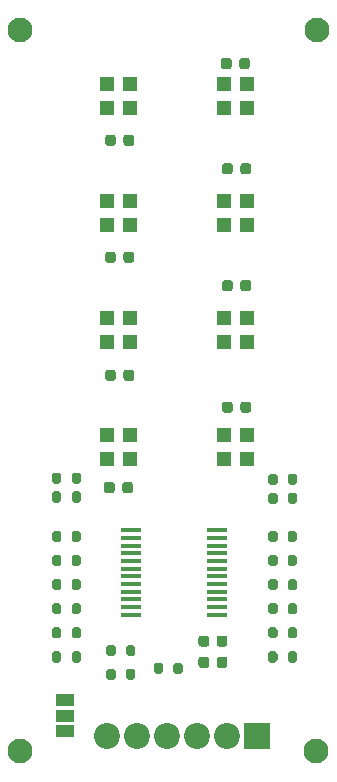
<source format=gts>
%TF.GenerationSoftware,KiCad,Pcbnew,(5.1.12)-1*%
%TF.CreationDate,2022-08-18T12:31:04-07:00*%
%TF.ProjectId,HighPressureSensorArray,48696768-5072-4657-9373-75726553656e,rev?*%
%TF.SameCoordinates,Original*%
%TF.FileFunction,Soldermask,Top*%
%TF.FilePolarity,Negative*%
%FSLAX46Y46*%
G04 Gerber Fmt 4.6, Leading zero omitted, Abs format (unit mm)*
G04 Created by KiCad (PCBNEW (5.1.12)-1) date 2022-08-18 12:31:04*
%MOMM*%
%LPD*%
G01*
G04 APERTURE LIST*
%ADD10R,1.500000X1.000000*%
%ADD11R,1.750000X0.450000*%
%ADD12R,1.300000X1.300000*%
%ADD13C,2.100000*%
%ADD14R,2.200000X2.200000*%
%ADD15C,2.200000*%
G04 APERTURE END LIST*
D10*
X120750000Y-90700000D03*
X120750000Y-93300000D03*
X120750000Y-92000000D03*
G36*
G01*
X125725000Y-43550000D02*
X125725000Y-43050000D01*
G75*
G02*
X125950000Y-42825000I225000J0D01*
G01*
X126400000Y-42825000D01*
G75*
G02*
X126625000Y-43050000I0J-225000D01*
G01*
X126625000Y-43550000D01*
G75*
G02*
X126400000Y-43775000I-225000J0D01*
G01*
X125950000Y-43775000D01*
G75*
G02*
X125725000Y-43550000I0J225000D01*
G01*
G37*
G36*
G01*
X124175000Y-43550000D02*
X124175000Y-43050000D01*
G75*
G02*
X124400000Y-42825000I225000J0D01*
G01*
X124850000Y-42825000D01*
G75*
G02*
X125075000Y-43050000I0J-225000D01*
G01*
X125075000Y-43550000D01*
G75*
G02*
X124850000Y-43775000I-225000J0D01*
G01*
X124400000Y-43775000D01*
G75*
G02*
X124175000Y-43550000I0J225000D01*
G01*
G37*
G36*
G01*
X124175000Y-53450000D02*
X124175000Y-52950000D01*
G75*
G02*
X124400000Y-52725000I225000J0D01*
G01*
X124850000Y-52725000D01*
G75*
G02*
X125075000Y-52950000I0J-225000D01*
G01*
X125075000Y-53450000D01*
G75*
G02*
X124850000Y-53675000I-225000J0D01*
G01*
X124400000Y-53675000D01*
G75*
G02*
X124175000Y-53450000I0J225000D01*
G01*
G37*
G36*
G01*
X125725000Y-53450000D02*
X125725000Y-52950000D01*
G75*
G02*
X125950000Y-52725000I225000J0D01*
G01*
X126400000Y-52725000D01*
G75*
G02*
X126625000Y-52950000I0J-225000D01*
G01*
X126625000Y-53450000D01*
G75*
G02*
X126400000Y-53675000I-225000J0D01*
G01*
X125950000Y-53675000D01*
G75*
G02*
X125725000Y-53450000I0J225000D01*
G01*
G37*
G36*
G01*
X125725000Y-63450000D02*
X125725000Y-62950000D01*
G75*
G02*
X125950000Y-62725000I225000J0D01*
G01*
X126400000Y-62725000D01*
G75*
G02*
X126625000Y-62950000I0J-225000D01*
G01*
X126625000Y-63450000D01*
G75*
G02*
X126400000Y-63675000I-225000J0D01*
G01*
X125950000Y-63675000D01*
G75*
G02*
X125725000Y-63450000I0J225000D01*
G01*
G37*
G36*
G01*
X124175000Y-63450000D02*
X124175000Y-62950000D01*
G75*
G02*
X124400000Y-62725000I225000J0D01*
G01*
X124850000Y-62725000D01*
G75*
G02*
X125075000Y-62950000I0J-225000D01*
G01*
X125075000Y-63450000D01*
G75*
G02*
X124850000Y-63675000I-225000J0D01*
G01*
X124400000Y-63675000D01*
G75*
G02*
X124175000Y-63450000I0J225000D01*
G01*
G37*
G36*
G01*
X124075000Y-72950000D02*
X124075000Y-72450000D01*
G75*
G02*
X124300000Y-72225000I225000J0D01*
G01*
X124750000Y-72225000D01*
G75*
G02*
X124975000Y-72450000I0J-225000D01*
G01*
X124975000Y-72950000D01*
G75*
G02*
X124750000Y-73175000I-225000J0D01*
G01*
X124300000Y-73175000D01*
G75*
G02*
X124075000Y-72950000I0J225000D01*
G01*
G37*
G36*
G01*
X125625000Y-72950000D02*
X125625000Y-72450000D01*
G75*
G02*
X125850000Y-72225000I225000J0D01*
G01*
X126300000Y-72225000D01*
G75*
G02*
X126525000Y-72450000I0J-225000D01*
G01*
X126525000Y-72950000D01*
G75*
G02*
X126300000Y-73175000I-225000J0D01*
G01*
X125850000Y-73175000D01*
G75*
G02*
X125625000Y-72950000I0J225000D01*
G01*
G37*
G36*
G01*
X134875000Y-36550000D02*
X134875000Y-37050000D01*
G75*
G02*
X134650000Y-37275000I-225000J0D01*
G01*
X134200000Y-37275000D01*
G75*
G02*
X133975000Y-37050000I0J225000D01*
G01*
X133975000Y-36550000D01*
G75*
G02*
X134200000Y-36325000I225000J0D01*
G01*
X134650000Y-36325000D01*
G75*
G02*
X134875000Y-36550000I0J-225000D01*
G01*
G37*
G36*
G01*
X136425000Y-36550000D02*
X136425000Y-37050000D01*
G75*
G02*
X136200000Y-37275000I-225000J0D01*
G01*
X135750000Y-37275000D01*
G75*
G02*
X135525000Y-37050000I0J225000D01*
G01*
X135525000Y-36550000D01*
G75*
G02*
X135750000Y-36325000I225000J0D01*
G01*
X136200000Y-36325000D01*
G75*
G02*
X136425000Y-36550000I0J-225000D01*
G01*
G37*
G36*
G01*
X136525000Y-45450000D02*
X136525000Y-45950000D01*
G75*
G02*
X136300000Y-46175000I-225000J0D01*
G01*
X135850000Y-46175000D01*
G75*
G02*
X135625000Y-45950000I0J225000D01*
G01*
X135625000Y-45450000D01*
G75*
G02*
X135850000Y-45225000I225000J0D01*
G01*
X136300000Y-45225000D01*
G75*
G02*
X136525000Y-45450000I0J-225000D01*
G01*
G37*
G36*
G01*
X134975000Y-45450000D02*
X134975000Y-45950000D01*
G75*
G02*
X134750000Y-46175000I-225000J0D01*
G01*
X134300000Y-46175000D01*
G75*
G02*
X134075000Y-45950000I0J225000D01*
G01*
X134075000Y-45450000D01*
G75*
G02*
X134300000Y-45225000I225000J0D01*
G01*
X134750000Y-45225000D01*
G75*
G02*
X134975000Y-45450000I0J-225000D01*
G01*
G37*
G36*
G01*
X136525000Y-55350000D02*
X136525000Y-55850000D01*
G75*
G02*
X136300000Y-56075000I-225000J0D01*
G01*
X135850000Y-56075000D01*
G75*
G02*
X135625000Y-55850000I0J225000D01*
G01*
X135625000Y-55350000D01*
G75*
G02*
X135850000Y-55125000I225000J0D01*
G01*
X136300000Y-55125000D01*
G75*
G02*
X136525000Y-55350000I0J-225000D01*
G01*
G37*
G36*
G01*
X134975000Y-55350000D02*
X134975000Y-55850000D01*
G75*
G02*
X134750000Y-56075000I-225000J0D01*
G01*
X134300000Y-56075000D01*
G75*
G02*
X134075000Y-55850000I0J225000D01*
G01*
X134075000Y-55350000D01*
G75*
G02*
X134300000Y-55125000I225000J0D01*
G01*
X134750000Y-55125000D01*
G75*
G02*
X134975000Y-55350000I0J-225000D01*
G01*
G37*
G36*
G01*
X134975000Y-65650000D02*
X134975000Y-66150000D01*
G75*
G02*
X134750000Y-66375000I-225000J0D01*
G01*
X134300000Y-66375000D01*
G75*
G02*
X134075000Y-66150000I0J225000D01*
G01*
X134075000Y-65650000D01*
G75*
G02*
X134300000Y-65425000I225000J0D01*
G01*
X134750000Y-65425000D01*
G75*
G02*
X134975000Y-65650000I0J-225000D01*
G01*
G37*
G36*
G01*
X136525000Y-65650000D02*
X136525000Y-66150000D01*
G75*
G02*
X136300000Y-66375000I-225000J0D01*
G01*
X135850000Y-66375000D01*
G75*
G02*
X135625000Y-66150000I0J225000D01*
G01*
X135625000Y-65650000D01*
G75*
G02*
X135850000Y-65425000I225000J0D01*
G01*
X136300000Y-65425000D01*
G75*
G02*
X136525000Y-65650000I0J-225000D01*
G01*
G37*
G36*
G01*
X132075000Y-85950000D02*
X132075000Y-85450000D01*
G75*
G02*
X132300000Y-85225000I225000J0D01*
G01*
X132750000Y-85225000D01*
G75*
G02*
X132975000Y-85450000I0J-225000D01*
G01*
X132975000Y-85950000D01*
G75*
G02*
X132750000Y-86175000I-225000J0D01*
G01*
X132300000Y-86175000D01*
G75*
G02*
X132075000Y-85950000I0J225000D01*
G01*
G37*
G36*
G01*
X133625000Y-85950000D02*
X133625000Y-85450000D01*
G75*
G02*
X133850000Y-85225000I225000J0D01*
G01*
X134300000Y-85225000D01*
G75*
G02*
X134525000Y-85450000I0J-225000D01*
G01*
X134525000Y-85950000D01*
G75*
G02*
X134300000Y-86175000I-225000J0D01*
G01*
X133850000Y-86175000D01*
G75*
G02*
X133625000Y-85950000I0J225000D01*
G01*
G37*
G36*
G01*
X133625000Y-87750000D02*
X133625000Y-87250000D01*
G75*
G02*
X133850000Y-87025000I225000J0D01*
G01*
X134300000Y-87025000D01*
G75*
G02*
X134525000Y-87250000I0J-225000D01*
G01*
X134525000Y-87750000D01*
G75*
G02*
X134300000Y-87975000I-225000J0D01*
G01*
X133850000Y-87975000D01*
G75*
G02*
X133625000Y-87750000I0J225000D01*
G01*
G37*
G36*
G01*
X132075000Y-87750000D02*
X132075000Y-87250000D01*
G75*
G02*
X132300000Y-87025000I225000J0D01*
G01*
X132750000Y-87025000D01*
G75*
G02*
X132975000Y-87250000I0J-225000D01*
G01*
X132975000Y-87750000D01*
G75*
G02*
X132750000Y-87975000I-225000J0D01*
G01*
X132300000Y-87975000D01*
G75*
G02*
X132075000Y-87750000I0J225000D01*
G01*
G37*
G36*
G01*
X138775000Y-73325000D02*
X138775000Y-73875000D01*
G75*
G02*
X138575000Y-74075000I-200000J0D01*
G01*
X138175000Y-74075000D01*
G75*
G02*
X137975000Y-73875000I0J200000D01*
G01*
X137975000Y-73325000D01*
G75*
G02*
X138175000Y-73125000I200000J0D01*
G01*
X138575000Y-73125000D01*
G75*
G02*
X138775000Y-73325000I0J-200000D01*
G01*
G37*
G36*
G01*
X140425000Y-73325000D02*
X140425000Y-73875000D01*
G75*
G02*
X140225000Y-74075000I-200000J0D01*
G01*
X139825000Y-74075000D01*
G75*
G02*
X139625000Y-73875000I0J200000D01*
G01*
X139625000Y-73325000D01*
G75*
G02*
X139825000Y-73125000I200000J0D01*
G01*
X140225000Y-73125000D01*
G75*
G02*
X140425000Y-73325000I0J-200000D01*
G01*
G37*
G36*
G01*
X140425000Y-71725000D02*
X140425000Y-72275000D01*
G75*
G02*
X140225000Y-72475000I-200000J0D01*
G01*
X139825000Y-72475000D01*
G75*
G02*
X139625000Y-72275000I0J200000D01*
G01*
X139625000Y-71725000D01*
G75*
G02*
X139825000Y-71525000I200000J0D01*
G01*
X140225000Y-71525000D01*
G75*
G02*
X140425000Y-71725000I0J-200000D01*
G01*
G37*
G36*
G01*
X138775000Y-71725000D02*
X138775000Y-72275000D01*
G75*
G02*
X138575000Y-72475000I-200000J0D01*
G01*
X138175000Y-72475000D01*
G75*
G02*
X137975000Y-72275000I0J200000D01*
G01*
X137975000Y-71725000D01*
G75*
G02*
X138175000Y-71525000I200000J0D01*
G01*
X138575000Y-71525000D01*
G75*
G02*
X138775000Y-71725000I0J-200000D01*
G01*
G37*
G36*
G01*
X140425000Y-78604590D02*
X140425000Y-79154590D01*
G75*
G02*
X140225000Y-79354590I-200000J0D01*
G01*
X139825000Y-79354590D01*
G75*
G02*
X139625000Y-79154590I0J200000D01*
G01*
X139625000Y-78604590D01*
G75*
G02*
X139825000Y-78404590I200000J0D01*
G01*
X140225000Y-78404590D01*
G75*
G02*
X140425000Y-78604590I0J-200000D01*
G01*
G37*
G36*
G01*
X138775000Y-78604590D02*
X138775000Y-79154590D01*
G75*
G02*
X138575000Y-79354590I-200000J0D01*
G01*
X138175000Y-79354590D01*
G75*
G02*
X137975000Y-79154590I0J200000D01*
G01*
X137975000Y-78604590D01*
G75*
G02*
X138175000Y-78404590I200000J0D01*
G01*
X138575000Y-78404590D01*
G75*
G02*
X138775000Y-78604590I0J-200000D01*
G01*
G37*
G36*
G01*
X138775000Y-76563774D02*
X138775000Y-77113774D01*
G75*
G02*
X138575000Y-77313774I-200000J0D01*
G01*
X138175000Y-77313774D01*
G75*
G02*
X137975000Y-77113774I0J200000D01*
G01*
X137975000Y-76563774D01*
G75*
G02*
X138175000Y-76363774I200000J0D01*
G01*
X138575000Y-76363774D01*
G75*
G02*
X138775000Y-76563774I0J-200000D01*
G01*
G37*
G36*
G01*
X140425000Y-76563774D02*
X140425000Y-77113774D01*
G75*
G02*
X140225000Y-77313774I-200000J0D01*
G01*
X139825000Y-77313774D01*
G75*
G02*
X139625000Y-77113774I0J200000D01*
G01*
X139625000Y-76563774D01*
G75*
G02*
X139825000Y-76363774I200000J0D01*
G01*
X140225000Y-76363774D01*
G75*
G02*
X140425000Y-76563774I0J-200000D01*
G01*
G37*
G36*
G01*
X138775000Y-82686222D02*
X138775000Y-83236222D01*
G75*
G02*
X138575000Y-83436222I-200000J0D01*
G01*
X138175000Y-83436222D01*
G75*
G02*
X137975000Y-83236222I0J200000D01*
G01*
X137975000Y-82686222D01*
G75*
G02*
X138175000Y-82486222I200000J0D01*
G01*
X138575000Y-82486222D01*
G75*
G02*
X138775000Y-82686222I0J-200000D01*
G01*
G37*
G36*
G01*
X140425000Y-82686222D02*
X140425000Y-83236222D01*
G75*
G02*
X140225000Y-83436222I-200000J0D01*
G01*
X139825000Y-83436222D01*
G75*
G02*
X139625000Y-83236222I0J200000D01*
G01*
X139625000Y-82686222D01*
G75*
G02*
X139825000Y-82486222I200000J0D01*
G01*
X140225000Y-82486222D01*
G75*
G02*
X140425000Y-82686222I0J-200000D01*
G01*
G37*
G36*
G01*
X140425000Y-80645406D02*
X140425000Y-81195406D01*
G75*
G02*
X140225000Y-81395406I-200000J0D01*
G01*
X139825000Y-81395406D01*
G75*
G02*
X139625000Y-81195406I0J200000D01*
G01*
X139625000Y-80645406D01*
G75*
G02*
X139825000Y-80445406I200000J0D01*
G01*
X140225000Y-80445406D01*
G75*
G02*
X140425000Y-80645406I0J-200000D01*
G01*
G37*
G36*
G01*
X138775000Y-80645406D02*
X138775000Y-81195406D01*
G75*
G02*
X138575000Y-81395406I-200000J0D01*
G01*
X138175000Y-81395406D01*
G75*
G02*
X137975000Y-81195406I0J200000D01*
G01*
X137975000Y-80645406D01*
G75*
G02*
X138175000Y-80445406I200000J0D01*
G01*
X138575000Y-80445406D01*
G75*
G02*
X138775000Y-80645406I0J-200000D01*
G01*
G37*
G36*
G01*
X140425000Y-86767857D02*
X140425000Y-87317857D01*
G75*
G02*
X140225000Y-87517857I-200000J0D01*
G01*
X139825000Y-87517857D01*
G75*
G02*
X139625000Y-87317857I0J200000D01*
G01*
X139625000Y-86767857D01*
G75*
G02*
X139825000Y-86567857I200000J0D01*
G01*
X140225000Y-86567857D01*
G75*
G02*
X140425000Y-86767857I0J-200000D01*
G01*
G37*
G36*
G01*
X138775000Y-86767857D02*
X138775000Y-87317857D01*
G75*
G02*
X138575000Y-87517857I-200000J0D01*
G01*
X138175000Y-87517857D01*
G75*
G02*
X137975000Y-87317857I0J200000D01*
G01*
X137975000Y-86767857D01*
G75*
G02*
X138175000Y-86567857I200000J0D01*
G01*
X138575000Y-86567857D01*
G75*
G02*
X138775000Y-86767857I0J-200000D01*
G01*
G37*
G36*
G01*
X138775000Y-84727038D02*
X138775000Y-85277038D01*
G75*
G02*
X138575000Y-85477038I-200000J0D01*
G01*
X138175000Y-85477038D01*
G75*
G02*
X137975000Y-85277038I0J200000D01*
G01*
X137975000Y-84727038D01*
G75*
G02*
X138175000Y-84527038I200000J0D01*
G01*
X138575000Y-84527038D01*
G75*
G02*
X138775000Y-84727038I0J-200000D01*
G01*
G37*
G36*
G01*
X140425000Y-84727038D02*
X140425000Y-85277038D01*
G75*
G02*
X140225000Y-85477038I-200000J0D01*
G01*
X139825000Y-85477038D01*
G75*
G02*
X139625000Y-85277038I0J200000D01*
G01*
X139625000Y-84727038D01*
G75*
G02*
X139825000Y-84527038I200000J0D01*
G01*
X140225000Y-84527038D01*
G75*
G02*
X140425000Y-84727038I0J-200000D01*
G01*
G37*
G36*
G01*
X119675000Y-85276016D02*
X119675000Y-84726016D01*
G75*
G02*
X119875000Y-84526016I200000J0D01*
G01*
X120275000Y-84526016D01*
G75*
G02*
X120475000Y-84726016I0J-200000D01*
G01*
X120475000Y-85276016D01*
G75*
G02*
X120275000Y-85476016I-200000J0D01*
G01*
X119875000Y-85476016D01*
G75*
G02*
X119675000Y-85276016I0J200000D01*
G01*
G37*
G36*
G01*
X121325000Y-85276016D02*
X121325000Y-84726016D01*
G75*
G02*
X121525000Y-84526016I200000J0D01*
G01*
X121925000Y-84526016D01*
G75*
G02*
X122125000Y-84726016I0J-200000D01*
G01*
X122125000Y-85276016D01*
G75*
G02*
X121925000Y-85476016I-200000J0D01*
G01*
X121525000Y-85476016D01*
G75*
G02*
X121325000Y-85276016I0J200000D01*
G01*
G37*
G36*
G01*
X119675000Y-87317857D02*
X119675000Y-86767857D01*
G75*
G02*
X119875000Y-86567857I200000J0D01*
G01*
X120275000Y-86567857D01*
G75*
G02*
X120475000Y-86767857I0J-200000D01*
G01*
X120475000Y-87317857D01*
G75*
G02*
X120275000Y-87517857I-200000J0D01*
G01*
X119875000Y-87517857D01*
G75*
G02*
X119675000Y-87317857I0J200000D01*
G01*
G37*
G36*
G01*
X121325000Y-87317857D02*
X121325000Y-86767857D01*
G75*
G02*
X121525000Y-86567857I200000J0D01*
G01*
X121925000Y-86567857D01*
G75*
G02*
X122125000Y-86767857I0J-200000D01*
G01*
X122125000Y-87317857D01*
G75*
G02*
X121925000Y-87517857I-200000J0D01*
G01*
X121525000Y-87517857D01*
G75*
G02*
X121325000Y-87317857I0J200000D01*
G01*
G37*
G36*
G01*
X119675000Y-81192344D02*
X119675000Y-80642344D01*
G75*
G02*
X119875000Y-80442344I200000J0D01*
G01*
X120275000Y-80442344D01*
G75*
G02*
X120475000Y-80642344I0J-200000D01*
G01*
X120475000Y-81192344D01*
G75*
G02*
X120275000Y-81392344I-200000J0D01*
G01*
X119875000Y-81392344D01*
G75*
G02*
X119675000Y-81192344I0J200000D01*
G01*
G37*
G36*
G01*
X121325000Y-81192344D02*
X121325000Y-80642344D01*
G75*
G02*
X121525000Y-80442344I200000J0D01*
G01*
X121925000Y-80442344D01*
G75*
G02*
X122125000Y-80642344I0J-200000D01*
G01*
X122125000Y-81192344D01*
G75*
G02*
X121925000Y-81392344I-200000J0D01*
G01*
X121525000Y-81392344D01*
G75*
G02*
X121325000Y-81192344I0J200000D01*
G01*
G37*
G36*
G01*
X121325000Y-83234180D02*
X121325000Y-82684180D01*
G75*
G02*
X121525000Y-82484180I200000J0D01*
G01*
X121925000Y-82484180D01*
G75*
G02*
X122125000Y-82684180I0J-200000D01*
G01*
X122125000Y-83234180D01*
G75*
G02*
X121925000Y-83434180I-200000J0D01*
G01*
X121525000Y-83434180D01*
G75*
G02*
X121325000Y-83234180I0J200000D01*
G01*
G37*
G36*
G01*
X119675000Y-83234180D02*
X119675000Y-82684180D01*
G75*
G02*
X119875000Y-82484180I200000J0D01*
G01*
X120275000Y-82484180D01*
G75*
G02*
X120475000Y-82684180I0J-200000D01*
G01*
X120475000Y-83234180D01*
G75*
G02*
X120275000Y-83434180I-200000J0D01*
G01*
X119875000Y-83434180D01*
G75*
G02*
X119675000Y-83234180I0J200000D01*
G01*
G37*
G36*
G01*
X119675000Y-77108672D02*
X119675000Y-76558672D01*
G75*
G02*
X119875000Y-76358672I200000J0D01*
G01*
X120275000Y-76358672D01*
G75*
G02*
X120475000Y-76558672I0J-200000D01*
G01*
X120475000Y-77108672D01*
G75*
G02*
X120275000Y-77308672I-200000J0D01*
G01*
X119875000Y-77308672D01*
G75*
G02*
X119675000Y-77108672I0J200000D01*
G01*
G37*
G36*
G01*
X121325000Y-77108672D02*
X121325000Y-76558672D01*
G75*
G02*
X121525000Y-76358672I200000J0D01*
G01*
X121925000Y-76358672D01*
G75*
G02*
X122125000Y-76558672I0J-200000D01*
G01*
X122125000Y-77108672D01*
G75*
G02*
X121925000Y-77308672I-200000J0D01*
G01*
X121525000Y-77308672D01*
G75*
G02*
X121325000Y-77108672I0J200000D01*
G01*
G37*
G36*
G01*
X121325000Y-79150508D02*
X121325000Y-78600508D01*
G75*
G02*
X121525000Y-78400508I200000J0D01*
G01*
X121925000Y-78400508D01*
G75*
G02*
X122125000Y-78600508I0J-200000D01*
G01*
X122125000Y-79150508D01*
G75*
G02*
X121925000Y-79350508I-200000J0D01*
G01*
X121525000Y-79350508D01*
G75*
G02*
X121325000Y-79150508I0J200000D01*
G01*
G37*
G36*
G01*
X119675000Y-79150508D02*
X119675000Y-78600508D01*
G75*
G02*
X119875000Y-78400508I200000J0D01*
G01*
X120275000Y-78400508D01*
G75*
G02*
X120475000Y-78600508I0J-200000D01*
G01*
X120475000Y-79150508D01*
G75*
G02*
X120275000Y-79350508I-200000J0D01*
G01*
X119875000Y-79350508D01*
G75*
G02*
X119675000Y-79150508I0J200000D01*
G01*
G37*
G36*
G01*
X119675000Y-72175000D02*
X119675000Y-71625000D01*
G75*
G02*
X119875000Y-71425000I200000J0D01*
G01*
X120275000Y-71425000D01*
G75*
G02*
X120475000Y-71625000I0J-200000D01*
G01*
X120475000Y-72175000D01*
G75*
G02*
X120275000Y-72375000I-200000J0D01*
G01*
X119875000Y-72375000D01*
G75*
G02*
X119675000Y-72175000I0J200000D01*
G01*
G37*
G36*
G01*
X121325000Y-72175000D02*
X121325000Y-71625000D01*
G75*
G02*
X121525000Y-71425000I200000J0D01*
G01*
X121925000Y-71425000D01*
G75*
G02*
X122125000Y-71625000I0J-200000D01*
G01*
X122125000Y-72175000D01*
G75*
G02*
X121925000Y-72375000I-200000J0D01*
G01*
X121525000Y-72375000D01*
G75*
G02*
X121325000Y-72175000I0J200000D01*
G01*
G37*
G36*
G01*
X121325000Y-73775000D02*
X121325000Y-73225000D01*
G75*
G02*
X121525000Y-73025000I200000J0D01*
G01*
X121925000Y-73025000D01*
G75*
G02*
X122125000Y-73225000I0J-200000D01*
G01*
X122125000Y-73775000D01*
G75*
G02*
X121925000Y-73975000I-200000J0D01*
G01*
X121525000Y-73975000D01*
G75*
G02*
X121325000Y-73775000I0J200000D01*
G01*
G37*
G36*
G01*
X119675000Y-73775000D02*
X119675000Y-73225000D01*
G75*
G02*
X119875000Y-73025000I200000J0D01*
G01*
X120275000Y-73025000D01*
G75*
G02*
X120475000Y-73225000I0J-200000D01*
G01*
X120475000Y-73775000D01*
G75*
G02*
X120275000Y-73975000I-200000J0D01*
G01*
X119875000Y-73975000D01*
G75*
G02*
X119675000Y-73775000I0J200000D01*
G01*
G37*
G36*
G01*
X126725000Y-88225000D02*
X126725000Y-88775000D01*
G75*
G02*
X126525000Y-88975000I-200000J0D01*
G01*
X126125000Y-88975000D01*
G75*
G02*
X125925000Y-88775000I0J200000D01*
G01*
X125925000Y-88225000D01*
G75*
G02*
X126125000Y-88025000I200000J0D01*
G01*
X126525000Y-88025000D01*
G75*
G02*
X126725000Y-88225000I0J-200000D01*
G01*
G37*
G36*
G01*
X125075000Y-88225000D02*
X125075000Y-88775000D01*
G75*
G02*
X124875000Y-88975000I-200000J0D01*
G01*
X124475000Y-88975000D01*
G75*
G02*
X124275000Y-88775000I0J200000D01*
G01*
X124275000Y-88225000D01*
G75*
G02*
X124475000Y-88025000I200000J0D01*
G01*
X124875000Y-88025000D01*
G75*
G02*
X125075000Y-88225000I0J-200000D01*
G01*
G37*
G36*
G01*
X125075000Y-86225000D02*
X125075000Y-86775000D01*
G75*
G02*
X124875000Y-86975000I-200000J0D01*
G01*
X124475000Y-86975000D01*
G75*
G02*
X124275000Y-86775000I0J200000D01*
G01*
X124275000Y-86225000D01*
G75*
G02*
X124475000Y-86025000I200000J0D01*
G01*
X124875000Y-86025000D01*
G75*
G02*
X125075000Y-86225000I0J-200000D01*
G01*
G37*
G36*
G01*
X126725000Y-86225000D02*
X126725000Y-86775000D01*
G75*
G02*
X126525000Y-86975000I-200000J0D01*
G01*
X126125000Y-86975000D01*
G75*
G02*
X125925000Y-86775000I0J200000D01*
G01*
X125925000Y-86225000D01*
G75*
G02*
X126125000Y-86025000I200000J0D01*
G01*
X126525000Y-86025000D01*
G75*
G02*
X126725000Y-86225000I0J-200000D01*
G01*
G37*
G36*
G01*
X129075000Y-87725000D02*
X129075000Y-88275000D01*
G75*
G02*
X128875000Y-88475000I-200000J0D01*
G01*
X128475000Y-88475000D01*
G75*
G02*
X128275000Y-88275000I0J200000D01*
G01*
X128275000Y-87725000D01*
G75*
G02*
X128475000Y-87525000I200000J0D01*
G01*
X128875000Y-87525000D01*
G75*
G02*
X129075000Y-87725000I0J-200000D01*
G01*
G37*
G36*
G01*
X130725000Y-87725000D02*
X130725000Y-88275000D01*
G75*
G02*
X130525000Y-88475000I-200000J0D01*
G01*
X130125000Y-88475000D01*
G75*
G02*
X129925000Y-88275000I0J200000D01*
G01*
X129925000Y-87725000D01*
G75*
G02*
X130125000Y-87525000I200000J0D01*
G01*
X130525000Y-87525000D01*
G75*
G02*
X130725000Y-87725000I0J-200000D01*
G01*
G37*
D11*
X133600000Y-83475000D03*
X133600000Y-82825000D03*
X133600000Y-82175000D03*
X133600000Y-81525000D03*
X133600000Y-80875000D03*
X133600000Y-80225000D03*
X133600000Y-79575000D03*
X133600000Y-78925000D03*
X133600000Y-78275000D03*
X133600000Y-77625000D03*
X133600000Y-76975000D03*
X133600000Y-76325000D03*
X126400000Y-76325000D03*
X126400000Y-76975000D03*
X126400000Y-77625000D03*
X126400000Y-78275000D03*
X126400000Y-78925000D03*
X126400000Y-79575000D03*
X126400000Y-80225000D03*
X126400000Y-80875000D03*
X126400000Y-81525000D03*
X126400000Y-82175000D03*
X126400000Y-82825000D03*
X126400000Y-83475000D03*
D12*
X136212600Y-68250400D03*
X136212600Y-70250400D03*
X134212600Y-68250400D03*
X134212600Y-70250400D03*
X136212600Y-58350400D03*
X136212600Y-60350400D03*
X134212600Y-58350400D03*
X134212600Y-60350400D03*
X136212600Y-48450400D03*
X136212600Y-50450400D03*
X134212600Y-48450400D03*
X134212600Y-50450400D03*
X134212600Y-40550400D03*
X134212600Y-38550400D03*
X136212600Y-40550400D03*
X136212600Y-38550400D03*
X124312600Y-40550400D03*
X124312600Y-38550400D03*
X126312600Y-40550400D03*
X126312600Y-38550400D03*
X126312600Y-48450400D03*
X126312600Y-50450400D03*
X124312600Y-48450400D03*
X124312600Y-50450400D03*
X124312600Y-60350400D03*
X124312600Y-58350400D03*
X126312600Y-60350400D03*
X126312600Y-58350400D03*
X124312600Y-70250400D03*
X124312600Y-68250400D03*
X126312600Y-70250400D03*
X126312600Y-68250400D03*
D13*
X117000000Y-34000000D03*
X142100000Y-34000000D03*
X142000000Y-95000000D03*
X117000000Y-95000000D03*
D14*
X137000000Y-93750000D03*
D15*
X134460000Y-93750000D03*
X131920000Y-93750000D03*
X129380000Y-93750000D03*
X126840000Y-93750000D03*
X124300000Y-93750000D03*
M02*

</source>
